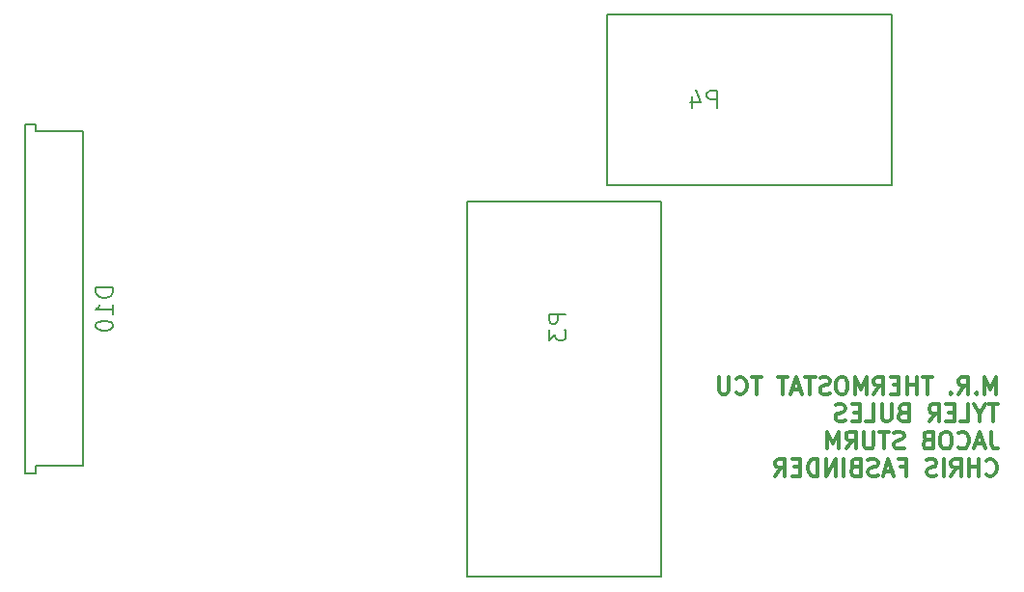
<source format=gbo>
G04 #@! TF.FileFunction,Legend,Bot*
%FSLAX46Y46*%
G04 Gerber Fmt 4.6, Leading zero omitted, Abs format (unit mm)*
G04 Created by KiCad (PCBNEW (2014-12-04 BZR 5312)-product) date 2/1/2015 4:22:24 PM*
%MOMM*%
G01*
G04 APERTURE LIST*
%ADD10C,0.100000*%
%ADD11C,0.300000*%
%ADD12C,0.150000*%
G04 APERTURE END LIST*
D10*
D11*
X151788857Y-53974571D02*
X151788857Y-52474571D01*
X151288857Y-53546000D01*
X150788857Y-52474571D01*
X150788857Y-53974571D01*
X150074571Y-53831714D02*
X150003143Y-53903143D01*
X150074571Y-53974571D01*
X150146000Y-53903143D01*
X150074571Y-53831714D01*
X150074571Y-53974571D01*
X148503142Y-53974571D02*
X149003142Y-53260286D01*
X149360285Y-53974571D02*
X149360285Y-52474571D01*
X148788857Y-52474571D01*
X148645999Y-52546000D01*
X148574571Y-52617429D01*
X148503142Y-52760286D01*
X148503142Y-52974571D01*
X148574571Y-53117429D01*
X148645999Y-53188857D01*
X148788857Y-53260286D01*
X149360285Y-53260286D01*
X147860285Y-53831714D02*
X147788857Y-53903143D01*
X147860285Y-53974571D01*
X147931714Y-53903143D01*
X147860285Y-53831714D01*
X147860285Y-53974571D01*
X146217428Y-52474571D02*
X145360285Y-52474571D01*
X145788856Y-53974571D02*
X145788856Y-52474571D01*
X144860285Y-53974571D02*
X144860285Y-52474571D01*
X144860285Y-53188857D02*
X144003142Y-53188857D01*
X144003142Y-53974571D02*
X144003142Y-52474571D01*
X143288856Y-53188857D02*
X142788856Y-53188857D01*
X142574570Y-53974571D02*
X143288856Y-53974571D01*
X143288856Y-52474571D01*
X142574570Y-52474571D01*
X141074570Y-53974571D02*
X141574570Y-53260286D01*
X141931713Y-53974571D02*
X141931713Y-52474571D01*
X141360285Y-52474571D01*
X141217427Y-52546000D01*
X141145999Y-52617429D01*
X141074570Y-52760286D01*
X141074570Y-52974571D01*
X141145999Y-53117429D01*
X141217427Y-53188857D01*
X141360285Y-53260286D01*
X141931713Y-53260286D01*
X140431713Y-53974571D02*
X140431713Y-52474571D01*
X139931713Y-53546000D01*
X139431713Y-52474571D01*
X139431713Y-53974571D01*
X138431713Y-52474571D02*
X138145999Y-52474571D01*
X138003141Y-52546000D01*
X137860284Y-52688857D01*
X137788856Y-52974571D01*
X137788856Y-53474571D01*
X137860284Y-53760286D01*
X138003141Y-53903143D01*
X138145999Y-53974571D01*
X138431713Y-53974571D01*
X138574570Y-53903143D01*
X138717427Y-53760286D01*
X138788856Y-53474571D01*
X138788856Y-52974571D01*
X138717427Y-52688857D01*
X138574570Y-52546000D01*
X138431713Y-52474571D01*
X137217427Y-53903143D02*
X137003141Y-53974571D01*
X136645998Y-53974571D01*
X136503141Y-53903143D01*
X136431712Y-53831714D01*
X136360284Y-53688857D01*
X136360284Y-53546000D01*
X136431712Y-53403143D01*
X136503141Y-53331714D01*
X136645998Y-53260286D01*
X136931712Y-53188857D01*
X137074570Y-53117429D01*
X137145998Y-53046000D01*
X137217427Y-52903143D01*
X137217427Y-52760286D01*
X137145998Y-52617429D01*
X137074570Y-52546000D01*
X136931712Y-52474571D01*
X136574570Y-52474571D01*
X136360284Y-52546000D01*
X135931713Y-52474571D02*
X135074570Y-52474571D01*
X135503141Y-53974571D02*
X135503141Y-52474571D01*
X134645999Y-53546000D02*
X133931713Y-53546000D01*
X134788856Y-53974571D02*
X134288856Y-52474571D01*
X133788856Y-53974571D01*
X133503142Y-52474571D02*
X132645999Y-52474571D01*
X133074570Y-53974571D02*
X133074570Y-52474571D01*
X131217428Y-52474571D02*
X130360285Y-52474571D01*
X130788856Y-53974571D02*
X130788856Y-52474571D01*
X129003142Y-53831714D02*
X129074571Y-53903143D01*
X129288857Y-53974571D01*
X129431714Y-53974571D01*
X129645999Y-53903143D01*
X129788857Y-53760286D01*
X129860285Y-53617429D01*
X129931714Y-53331714D01*
X129931714Y-53117429D01*
X129860285Y-52831714D01*
X129788857Y-52688857D01*
X129645999Y-52546000D01*
X129431714Y-52474571D01*
X129288857Y-52474571D01*
X129074571Y-52546000D01*
X129003142Y-52617429D01*
X128360285Y-52474571D02*
X128360285Y-53688857D01*
X128288857Y-53831714D01*
X128217428Y-53903143D01*
X128074571Y-53974571D01*
X127788857Y-53974571D01*
X127645999Y-53903143D01*
X127574571Y-53831714D01*
X127503142Y-53688857D01*
X127503142Y-52474571D01*
X152003143Y-54874571D02*
X151146000Y-54874571D01*
X151574571Y-56374571D02*
X151574571Y-54874571D01*
X150360286Y-55660286D02*
X150360286Y-56374571D01*
X150860286Y-54874571D02*
X150360286Y-55660286D01*
X149860286Y-54874571D01*
X148646000Y-56374571D02*
X149360286Y-56374571D01*
X149360286Y-54874571D01*
X148146000Y-55588857D02*
X147646000Y-55588857D01*
X147431714Y-56374571D02*
X148146000Y-56374571D01*
X148146000Y-54874571D01*
X147431714Y-54874571D01*
X145931714Y-56374571D02*
X146431714Y-55660286D01*
X146788857Y-56374571D02*
X146788857Y-54874571D01*
X146217429Y-54874571D01*
X146074571Y-54946000D01*
X146003143Y-55017429D01*
X145931714Y-55160286D01*
X145931714Y-55374571D01*
X146003143Y-55517429D01*
X146074571Y-55588857D01*
X146217429Y-55660286D01*
X146788857Y-55660286D01*
X143646000Y-55588857D02*
X143431714Y-55660286D01*
X143360286Y-55731714D01*
X143288857Y-55874571D01*
X143288857Y-56088857D01*
X143360286Y-56231714D01*
X143431714Y-56303143D01*
X143574572Y-56374571D01*
X144146000Y-56374571D01*
X144146000Y-54874571D01*
X143646000Y-54874571D01*
X143503143Y-54946000D01*
X143431714Y-55017429D01*
X143360286Y-55160286D01*
X143360286Y-55303143D01*
X143431714Y-55446000D01*
X143503143Y-55517429D01*
X143646000Y-55588857D01*
X144146000Y-55588857D01*
X142646000Y-54874571D02*
X142646000Y-56088857D01*
X142574572Y-56231714D01*
X142503143Y-56303143D01*
X142360286Y-56374571D01*
X142074572Y-56374571D01*
X141931714Y-56303143D01*
X141860286Y-56231714D01*
X141788857Y-56088857D01*
X141788857Y-54874571D01*
X140360285Y-56374571D02*
X141074571Y-56374571D01*
X141074571Y-54874571D01*
X139860285Y-55588857D02*
X139360285Y-55588857D01*
X139145999Y-56374571D02*
X139860285Y-56374571D01*
X139860285Y-54874571D01*
X139145999Y-54874571D01*
X138574571Y-56303143D02*
X138360285Y-56374571D01*
X138003142Y-56374571D01*
X137860285Y-56303143D01*
X137788856Y-56231714D01*
X137717428Y-56088857D01*
X137717428Y-55946000D01*
X137788856Y-55803143D01*
X137860285Y-55731714D01*
X138003142Y-55660286D01*
X138288856Y-55588857D01*
X138431714Y-55517429D01*
X138503142Y-55446000D01*
X138574571Y-55303143D01*
X138574571Y-55160286D01*
X138503142Y-55017429D01*
X138431714Y-54946000D01*
X138288856Y-54874571D01*
X137931714Y-54874571D01*
X137717428Y-54946000D01*
X151360286Y-57274571D02*
X151360286Y-58346000D01*
X151431714Y-58560286D01*
X151574571Y-58703143D01*
X151788857Y-58774571D01*
X151931714Y-58774571D01*
X150717429Y-58346000D02*
X150003143Y-58346000D01*
X150860286Y-58774571D02*
X150360286Y-57274571D01*
X149860286Y-58774571D01*
X148503143Y-58631714D02*
X148574572Y-58703143D01*
X148788858Y-58774571D01*
X148931715Y-58774571D01*
X149146000Y-58703143D01*
X149288858Y-58560286D01*
X149360286Y-58417429D01*
X149431715Y-58131714D01*
X149431715Y-57917429D01*
X149360286Y-57631714D01*
X149288858Y-57488857D01*
X149146000Y-57346000D01*
X148931715Y-57274571D01*
X148788858Y-57274571D01*
X148574572Y-57346000D01*
X148503143Y-57417429D01*
X147574572Y-57274571D02*
X147288858Y-57274571D01*
X147146000Y-57346000D01*
X147003143Y-57488857D01*
X146931715Y-57774571D01*
X146931715Y-58274571D01*
X147003143Y-58560286D01*
X147146000Y-58703143D01*
X147288858Y-58774571D01*
X147574572Y-58774571D01*
X147717429Y-58703143D01*
X147860286Y-58560286D01*
X147931715Y-58274571D01*
X147931715Y-57774571D01*
X147860286Y-57488857D01*
X147717429Y-57346000D01*
X147574572Y-57274571D01*
X145788857Y-57988857D02*
X145574571Y-58060286D01*
X145503143Y-58131714D01*
X145431714Y-58274571D01*
X145431714Y-58488857D01*
X145503143Y-58631714D01*
X145574571Y-58703143D01*
X145717429Y-58774571D01*
X146288857Y-58774571D01*
X146288857Y-57274571D01*
X145788857Y-57274571D01*
X145646000Y-57346000D01*
X145574571Y-57417429D01*
X145503143Y-57560286D01*
X145503143Y-57703143D01*
X145574571Y-57846000D01*
X145646000Y-57917429D01*
X145788857Y-57988857D01*
X146288857Y-57988857D01*
X143717429Y-58703143D02*
X143503143Y-58774571D01*
X143146000Y-58774571D01*
X143003143Y-58703143D01*
X142931714Y-58631714D01*
X142860286Y-58488857D01*
X142860286Y-58346000D01*
X142931714Y-58203143D01*
X143003143Y-58131714D01*
X143146000Y-58060286D01*
X143431714Y-57988857D01*
X143574572Y-57917429D01*
X143646000Y-57846000D01*
X143717429Y-57703143D01*
X143717429Y-57560286D01*
X143646000Y-57417429D01*
X143574572Y-57346000D01*
X143431714Y-57274571D01*
X143074572Y-57274571D01*
X142860286Y-57346000D01*
X142431715Y-57274571D02*
X141574572Y-57274571D01*
X142003143Y-58774571D02*
X142003143Y-57274571D01*
X141074572Y-57274571D02*
X141074572Y-58488857D01*
X141003144Y-58631714D01*
X140931715Y-58703143D01*
X140788858Y-58774571D01*
X140503144Y-58774571D01*
X140360286Y-58703143D01*
X140288858Y-58631714D01*
X140217429Y-58488857D01*
X140217429Y-57274571D01*
X138646000Y-58774571D02*
X139146000Y-58060286D01*
X139503143Y-58774571D02*
X139503143Y-57274571D01*
X138931715Y-57274571D01*
X138788857Y-57346000D01*
X138717429Y-57417429D01*
X138646000Y-57560286D01*
X138646000Y-57774571D01*
X138717429Y-57917429D01*
X138788857Y-57988857D01*
X138931715Y-58060286D01*
X139503143Y-58060286D01*
X138003143Y-58774571D02*
X138003143Y-57274571D01*
X137503143Y-58346000D01*
X137003143Y-57274571D01*
X137003143Y-58774571D01*
X150931714Y-61031714D02*
X151003143Y-61103143D01*
X151217429Y-61174571D01*
X151360286Y-61174571D01*
X151574571Y-61103143D01*
X151717429Y-60960286D01*
X151788857Y-60817429D01*
X151860286Y-60531714D01*
X151860286Y-60317429D01*
X151788857Y-60031714D01*
X151717429Y-59888857D01*
X151574571Y-59746000D01*
X151360286Y-59674571D01*
X151217429Y-59674571D01*
X151003143Y-59746000D01*
X150931714Y-59817429D01*
X150288857Y-61174571D02*
X150288857Y-59674571D01*
X150288857Y-60388857D02*
X149431714Y-60388857D01*
X149431714Y-61174571D02*
X149431714Y-59674571D01*
X147860285Y-61174571D02*
X148360285Y-60460286D01*
X148717428Y-61174571D02*
X148717428Y-59674571D01*
X148146000Y-59674571D01*
X148003142Y-59746000D01*
X147931714Y-59817429D01*
X147860285Y-59960286D01*
X147860285Y-60174571D01*
X147931714Y-60317429D01*
X148003142Y-60388857D01*
X148146000Y-60460286D01*
X148717428Y-60460286D01*
X147217428Y-61174571D02*
X147217428Y-59674571D01*
X146574571Y-61103143D02*
X146360285Y-61174571D01*
X146003142Y-61174571D01*
X145860285Y-61103143D01*
X145788856Y-61031714D01*
X145717428Y-60888857D01*
X145717428Y-60746000D01*
X145788856Y-60603143D01*
X145860285Y-60531714D01*
X146003142Y-60460286D01*
X146288856Y-60388857D01*
X146431714Y-60317429D01*
X146503142Y-60246000D01*
X146574571Y-60103143D01*
X146574571Y-59960286D01*
X146503142Y-59817429D01*
X146431714Y-59746000D01*
X146288856Y-59674571D01*
X145931714Y-59674571D01*
X145717428Y-59746000D01*
X143431714Y-60388857D02*
X143931714Y-60388857D01*
X143931714Y-61174571D02*
X143931714Y-59674571D01*
X143217428Y-59674571D01*
X142717429Y-60746000D02*
X142003143Y-60746000D01*
X142860286Y-61174571D02*
X142360286Y-59674571D01*
X141860286Y-61174571D01*
X141431715Y-61103143D02*
X141217429Y-61174571D01*
X140860286Y-61174571D01*
X140717429Y-61103143D01*
X140646000Y-61031714D01*
X140574572Y-60888857D01*
X140574572Y-60746000D01*
X140646000Y-60603143D01*
X140717429Y-60531714D01*
X140860286Y-60460286D01*
X141146000Y-60388857D01*
X141288858Y-60317429D01*
X141360286Y-60246000D01*
X141431715Y-60103143D01*
X141431715Y-59960286D01*
X141360286Y-59817429D01*
X141288858Y-59746000D01*
X141146000Y-59674571D01*
X140788858Y-59674571D01*
X140574572Y-59746000D01*
X139431715Y-60388857D02*
X139217429Y-60460286D01*
X139146001Y-60531714D01*
X139074572Y-60674571D01*
X139074572Y-60888857D01*
X139146001Y-61031714D01*
X139217429Y-61103143D01*
X139360287Y-61174571D01*
X139931715Y-61174571D01*
X139931715Y-59674571D01*
X139431715Y-59674571D01*
X139288858Y-59746000D01*
X139217429Y-59817429D01*
X139146001Y-59960286D01*
X139146001Y-60103143D01*
X139217429Y-60246000D01*
X139288858Y-60317429D01*
X139431715Y-60388857D01*
X139931715Y-60388857D01*
X138431715Y-61174571D02*
X138431715Y-59674571D01*
X137717429Y-61174571D02*
X137717429Y-59674571D01*
X136860286Y-61174571D01*
X136860286Y-59674571D01*
X136146000Y-61174571D02*
X136146000Y-59674571D01*
X135788857Y-59674571D01*
X135574572Y-59746000D01*
X135431714Y-59888857D01*
X135360286Y-60031714D01*
X135288857Y-60317429D01*
X135288857Y-60531714D01*
X135360286Y-60817429D01*
X135431714Y-60960286D01*
X135574572Y-61103143D01*
X135788857Y-61174571D01*
X136146000Y-61174571D01*
X134646000Y-60388857D02*
X134146000Y-60388857D01*
X133931714Y-61174571D02*
X134646000Y-61174571D01*
X134646000Y-59674571D01*
X133931714Y-59674571D01*
X132431714Y-61174571D02*
X132931714Y-60460286D01*
X133288857Y-61174571D02*
X133288857Y-59674571D01*
X132717429Y-59674571D01*
X132574571Y-59746000D01*
X132503143Y-59817429D01*
X132431714Y-59960286D01*
X132431714Y-60174571D01*
X132503143Y-60317429D01*
X132574571Y-60388857D01*
X132717429Y-60460286D01*
X133288857Y-60460286D01*
D12*
X122396000Y-37040000D02*
X122396000Y-70040000D01*
X105396000Y-37040000D02*
X122396000Y-37040000D01*
X105396000Y-70040000D02*
X105396000Y-37040000D01*
X122396000Y-70040000D02*
X105396000Y-70040000D01*
X142684000Y-20638000D02*
X117684000Y-20638000D01*
X142684000Y-35638000D02*
X142684000Y-20638000D01*
X117684000Y-35638000D02*
X142684000Y-35638000D01*
X117684000Y-20638000D02*
X117684000Y-35638000D01*
X67541001Y-30303425D02*
X66641001Y-30303425D01*
X66641001Y-30303425D02*
X66641001Y-60903425D01*
X67541001Y-30303425D02*
X67541001Y-30903425D01*
X70641001Y-60303425D02*
X67541001Y-60303425D01*
X67541001Y-60303425D02*
X67541001Y-60903425D01*
X67541001Y-60903425D02*
X66641001Y-60903425D01*
X70641001Y-60303425D02*
X71741001Y-60303425D01*
X71741001Y-60303425D02*
X71741001Y-30903425D01*
X71741001Y-30903425D02*
X67541001Y-30903425D01*
X114074571Y-46932858D02*
X112574571Y-46932858D01*
X112574571Y-47504286D01*
X112646000Y-47647144D01*
X112717429Y-47718572D01*
X112860286Y-47790001D01*
X113074571Y-47790001D01*
X113217429Y-47718572D01*
X113288857Y-47647144D01*
X113360286Y-47504286D01*
X113360286Y-46932858D01*
X112574571Y-48290001D02*
X112574571Y-49218572D01*
X113146000Y-48718572D01*
X113146000Y-48932858D01*
X113217429Y-49075715D01*
X113288857Y-49147144D01*
X113431714Y-49218572D01*
X113788857Y-49218572D01*
X113931714Y-49147144D01*
X114003143Y-49075715D01*
X114074571Y-48932858D01*
X114074571Y-48504286D01*
X114003143Y-48361429D01*
X113931714Y-48290001D01*
X127291142Y-28816571D02*
X127291142Y-27316571D01*
X126719714Y-27316571D01*
X126576856Y-27388000D01*
X126505428Y-27459429D01*
X126433999Y-27602286D01*
X126433999Y-27816571D01*
X126505428Y-27959429D01*
X126576856Y-28030857D01*
X126719714Y-28102286D01*
X127291142Y-28102286D01*
X125148285Y-27816571D02*
X125148285Y-28816571D01*
X125505428Y-27245143D02*
X125862571Y-28316571D01*
X124933999Y-28316571D01*
X74349429Y-44631428D02*
X72825429Y-44631428D01*
X72825429Y-44994285D01*
X72898000Y-45212000D01*
X73043143Y-45357142D01*
X73188286Y-45429714D01*
X73478571Y-45502285D01*
X73696286Y-45502285D01*
X73986571Y-45429714D01*
X74131714Y-45357142D01*
X74276857Y-45212000D01*
X74349429Y-44994285D01*
X74349429Y-44631428D01*
X74349429Y-46953714D02*
X74349429Y-46082857D01*
X74349429Y-46518285D02*
X72825429Y-46518285D01*
X73043143Y-46373142D01*
X73188286Y-46228000D01*
X73260857Y-46082857D01*
X72825429Y-47897143D02*
X72825429Y-48042286D01*
X72898000Y-48187429D01*
X72970571Y-48260000D01*
X73115714Y-48332571D01*
X73406000Y-48405143D01*
X73768857Y-48405143D01*
X74059143Y-48332571D01*
X74204286Y-48260000D01*
X74276857Y-48187429D01*
X74349429Y-48042286D01*
X74349429Y-47897143D01*
X74276857Y-47752000D01*
X74204286Y-47679429D01*
X74059143Y-47606857D01*
X73768857Y-47534286D01*
X73406000Y-47534286D01*
X73115714Y-47606857D01*
X72970571Y-47679429D01*
X72898000Y-47752000D01*
X72825429Y-47897143D01*
M02*

</source>
